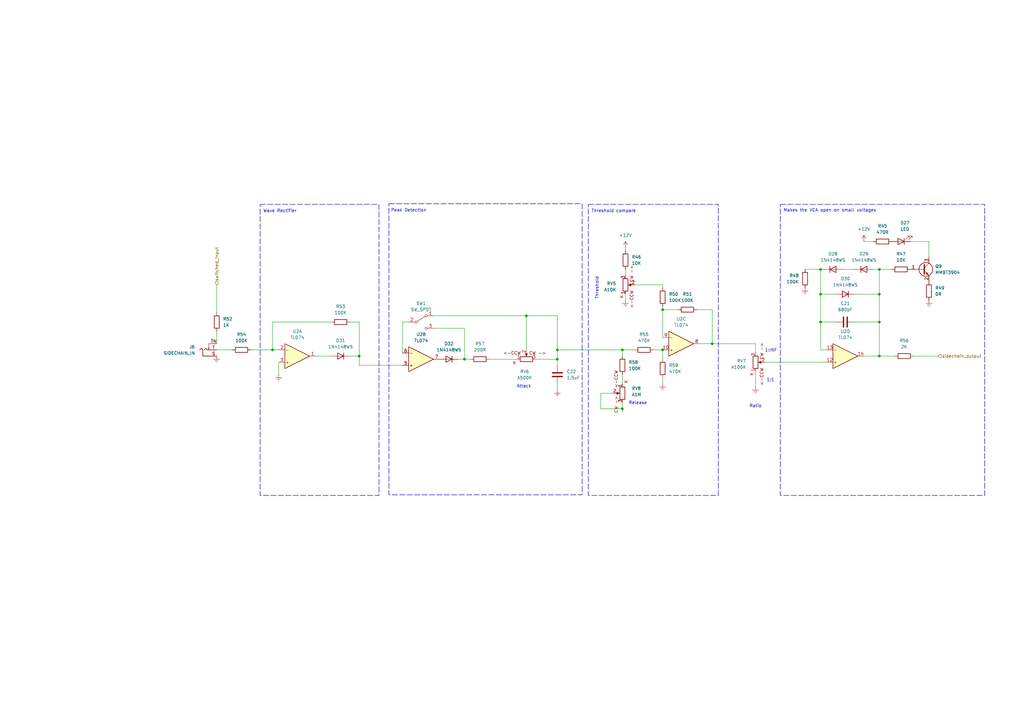
<source format=kicad_sch>
(kicad_sch (version 20250114) (generator "eeschema") (generator_version "9.0")
  (paper "A3")
  (lib_symbols
    (symbol "Amplifier_Operational:TL074" (pin_names (offset 0.127))
      (property "Reference" "U" (at 0 5.08 0))
      (property "Value" "TL074" (at 0 -5.08 0))
      (symbol "TL074_1_1"
        (polyline (pts (xy -5.08 5.08) (xy 5.08 0) (xy -5.08 -5.08) (xy -5.08 5.08)) (stroke (width 0.254)) (fill (type background)))
        (pin input line (at -7.62 2.54 0) (length 2.54) (name "+") (number "3"))
        (pin input line (at -7.62 -2.54 0) (length 2.54) (name "-") (number "2"))
        (pin output line (at 7.62 0 180) (length 2.54) (name "~") (number "1"))
      )
      (symbol "TL074_2_1"
        (polyline (pts (xy -5.08 5.08) (xy 5.08 0) (xy -5.08 -5.08) (xy -5.08 5.08)) (stroke (width 0.254)) (fill (type background)))
        (pin input line (at -7.62 2.54 0) (length 2.54) (name "+") (number "5"))
        (pin input line (at -7.62 -2.54 0) (length 2.54) (name "-") (number "6"))
        (pin output line (at 7.62 0 180) (length 2.54) (name "~") (number "7"))
      )
      (symbol "TL074_3_1"
        (polyline (pts (xy -5.08 5.08) (xy 5.08 0) (xy -5.08 -5.08) (xy -5.08 5.08)) (stroke (width 0.254)) (fill (type background)))
        (pin input line (at -7.62 2.54 0) (length 2.54) (name "+") (number "10"))
        (pin input line (at -7.62 -2.54 0) (length 2.54) (name "-") (number "9"))
        (pin output line (at 7.62 0 180) (length 2.54) (name "~") (number "8"))
      )
      (symbol "TL074_4_1"
        (polyline (pts (xy -5.08 5.08) (xy 5.08 0) (xy -5.08 -5.08) (xy -5.08 5.08)) (stroke (width 0.254)) (fill (type background)))
        (pin input line (at -7.62 2.54 0) (length 2.54) (name "+") (number "12"))
        (pin input line (at -7.62 -2.54 0) (length 2.54) (name "-") (number "13"))
        (pin output line (at 7.62 0 180) (length 2.54) (name "~") (number "14"))
      )
      (symbol "TL074_5_1"
        (pin power_in line (at -2.54 7.62 270) (length 3.81) (name "V+") (number "4"))
        (pin power_in line (at -2.54 -7.62 90) (length 3.81) (name "V-") (number "11"))
      )
    )
    (symbol "Device:C" (pin_numbers (hide yes)) (pin_names (offset 0.254))
      (property "Reference" "C" (at 0.635 2.54 0))
      (property "Value" "C" (at 0.635 -2.54 0))
      (symbol "C_0_1"
        (polyline (pts (xy -2.032 0.762) (xy 2.032 0.762)) (stroke (width 0.508)))
        (polyline (pts (xy -2.032 -0.762) (xy 2.032 -0.762)) (stroke (width 0.508)))
      )
      (symbol "C_1_1"
        (pin passive line (at 0 3.81 270) (length 2.794) (name "~") (number "1"))
        (pin passive line (at 0 -3.81 90) (length 2.794) (name "~") (number "2"))
      )
    )
    (symbol "Diode:1N4148WS" (pin_numbers (hide yes)) (pin_names (hide yes))
      (property "Reference" "D" (at 0 2.54 0))
      (property "Value" "1N4148WS" (at 0 -2.54 0))
      (symbol "1N4148WS_0_1"
        (polyline (pts (xy -1.27 1.27) (xy -1.27 -1.27)) (stroke (width 0.254)))
        (polyline (pts (xy 1.27 1.27) (xy 1.27 -1.27) (xy -1.27 0) (xy 1.27 1.27)) (stroke (width 0.254)))
        (polyline (pts (xy 1.27 0) (xy -1.27 0)))
      )
      (symbol "1N4148WS_1_1"
        (pin passive line (at -3.81 0 0) (length 2.54) (name "K") (number "1"))
        (pin passive line (at 3.81 0 180) (length 2.54) (name "A") (number "2"))
      )
    )
    (symbol "Transistor_BJT:MMBT3904" (pin_names (offset 0) (hide yes))
      (property "Reference" "Q" (at 5.08 1.905 0))
      (property "Value" "MMBT3904" (at 5.08 0 0))
      (symbol "MMBT3904_0_1"
        (polyline (pts (xy -2.54 0) (xy 0.635 0)))
        (polyline (pts (xy 0.635 1.905) (xy 0.635 -1.905)) (stroke (width 0.508)))
        (circle (center 1.27 0) (radius 2.8194) (stroke (width 0.254)))
      )
      (symbol "MMBT3904_1_1"
        (polyline (pts (xy 0.635 0.635) (xy 2.54 2.54)))
        (polyline (pts (xy 0.635 -0.635) (xy 2.54 -2.54)))
        (polyline (pts (xy 1.27 -1.778) (xy 1.778 -1.27) (xy 2.286 -2.286) (xy 1.27 -1.778)) (fill (type outline)))
        (pin input line (at -5.08 0 0) (length 2.54) (name "B") (number "1"))
        (pin passive line (at 2.54 5.08 270) (length 2.54) (name "C") (number "3"))
        (pin passive line (at 2.54 -5.08 90) (length 2.54) (name "E") (number "2"))
      )
    )
    (symbol "power:+12V" (power) (pin_numbers (hide yes)) (pin_names (offset 0) (hide yes))
      (property "Value" "+12V" (at 0 3.556 0))
      (symbol "+12V_0_1"
        (polyline (pts (xy -0.762 1.27) (xy 0 2.54)))
        (polyline (pts (xy 0 2.54) (xy 0.762 1.27)))
        (polyline (pts (xy 0 0) (xy 0 2.54)))
      )
      (symbol "+12V_1_1"
        (pin power_in line (at 0 0 90) (length 0) (name "~") (number "1"))
      )
    )
    (symbol "power:GNDREF" (power) (pin_numbers (hide yes)) (pin_names (offset 0) (hide yes))
      (property "Value" "GNDREF" (at 0 -3.81 0))
      (symbol "GNDREF_0_1"
        (polyline (pts (xy -0.635 -1.905) (xy 0.635 -1.905)))
        (polyline (pts (xy -0.127 -2.54) (xy 0.127 -2.54)))
        (polyline (pts (xy 0 -1.27) (xy 0 0)))
        (polyline (pts (xy 1.27 -1.27) (xy -1.27 -1.27)))
      )
      (symbol "GNDREF_1_1"
        (pin power_in line (at 0 0 270) (length 0) (name "~") (number "1"))
      )
    )
    (symbol "synth:AudioJack_Mono_3.5mm"
      (property "Reference" "J" (at 0 8.89 0))
      (property "Value" "AudioJack_Mono_3.5mm" (at 0 6.35 0))
      (symbol "AudioJack_Mono_3.5mm_0_1"
        (polyline (pts (xy 0 0) (xy 0.635 -0.635) (xy 1.27 0) (xy 2.54 0)) (stroke (width 0.254)))
        (polyline (pts (xy 1.778 -0.254) (xy 2.032 -0.762)))
        (polyline (pts (xy 2.54 2.54) (xy -0.635 2.54) (xy -0.635 0) (xy -1.27 -0.635) (xy -1.905 0)) (stroke (width 0.254)))
        (polyline (pts (xy 2.54 -2.54) (xy 1.778 -2.54) (xy 1.778 -0.254) (xy 1.524 -0.762)))
      )
      (symbol "AudioJack_Mono_3.5mm_1_1"
        (pin passive line (at 5.08 2.54 180) (length 2.54) (name "~") (number "S"))
        (pin passive line (at 5.08 0 180) (length 2.54) (name "~") (number "T"))
        (pin passive line (at 5.08 -2.54 180) (length 2.54) (name "~") (number "TN"))
      )
    )
    (symbol "synth:LED (3mm)" (pin_numbers (hide yes)) (pin_names (offset 1.016) (hide yes))
      (property "Reference" "D" (at 0 2.54 0))
      (property "Value" "LED" (at 0 -2.54 0))
      (symbol "LED (3mm)_0_1"
        (polyline (pts (xy -3.048 -0.762) (xy -4.572 -2.286) (xy -3.81 -2.286) (xy -4.572 -2.286) (xy -4.572 -1.524)))
        (polyline (pts (xy -1.778 -0.762) (xy -3.302 -2.286) (xy -2.54 -2.286) (xy -3.302 -2.286) (xy -3.302 -1.524)))
        (polyline (pts (xy -1.27 0) (xy 1.27 0)))
        (polyline (pts (xy -1.27 -1.27) (xy -1.27 1.27)) (stroke (width 0.254)))
        (polyline (pts (xy 1.27 -1.27) (xy 1.27 1.27) (xy -1.27 0) (xy 1.27 -1.27)) (stroke (width 0.254)))
      )
      (symbol "LED (3mm)_1_1"
        (pin passive line (at -3.81 0 0) (length 2.54) (name "K") (number "1"))
        (pin passive line (at 3.81 0 180) (length 2.54) (name "A") (number "2"))
      )
    )
    (symbol "synth:R_Default" (pin_numbers (hide yes)) (pin_names (offset 0))
      (property "Reference" "R" (at -2.032 0 90))
      (property "Value" "R1" (at 2.032 0 90))
      (symbol "R_Default_0_1"
        (rectangle (start 1.016 -2.54) (end -1.016 2.54) (stroke (width 0.254)))
      )
      (symbol "R_Default_1_1"
        (pin passive line (at 0 3.81 270) (length 1.27) (name "~") (number "2"))
        (pin passive line (at 0 -3.81 90) (length 1.27) (name "~") (number "1"))
      )
    )
    (symbol "synth:R_Potentiometer (P0915N)" (pin_names (offset 1.016) (hide yes))
      (property "Reference" "RV" (at 0 6.604 0))
      (property "Value" "R_Potentiometer" (at 0 4.318 0))
      (symbol "R_Potentiometer (P0915N)_0_1"
        (polyline (pts (xy 0 -1.143) (xy 0.508 -2.286) (xy -0.508 -2.286) (xy 0 -1.143)) (fill (type outline)))
        (polyline (pts (xy 0 -2.54) (xy 0 -1.524)))
        (rectangle (start 2.54 1.016) (end -2.54 -1.016) (stroke (width 0.254)))
      )
      (symbol "R_Potentiometer (P0915N)_1_1"
        (text "<-CCW" (at -5.842 -2.54 0) (effects (font (size 1.27 1.27))))
        (text "K" (at -4.826 1.524 0) (effects (font (size 1.27 1.27))))
        (text "CW ->" (at 4.572 -2.54 0) (effects (font (size 1.27 1.27))))
        (pin passive line (at -3.81 0 0) (length 1.27) (name "1") (number "1"))
        (pin passive line (at 0 -3.81 90) (length 1.27) (name "2") (number "2"))
        (pin passive line (at 3.81 0 180) (length 1.27) (name "3") (number "3"))
      )
    )
    (symbol "synth:SW_SPDT" (pin_names (offset 0) (hide yes))
      (property "Reference" "SW" (at 0 5.08 0))
      (property "Value" "SW_SPDT" (at 0 -5.08 0))
      (symbol "SW_SPDT_0_1"
        (circle (center -2.032 0) (radius 0.4572))
        (polyline (pts (xy -1.651 0.254) (xy 1.651 2.286)))
        (circle (center 2.032 2.54) (radius 0.4572))
        (circle (center 2.032 -2.54) (radius 0.4572))
      )
      (symbol "SW_SPDT_1_1"
        (pin passive line (at -5.08 0 0) (length 2.54) (name "B") (number "2"))
        (pin passive line (at 5.08 2.54 180) (length 2.54) (name "A") (number "1"))
        (pin passive line (at 5.08 -2.54 180) (length 2.54) (name "C") (number "3"))
      )
    )
  )
  (rectangle (start 159.512 83.566) (end 238.76 202.946) (stroke (width 0.2032) (type dash)))
  (rectangle (start 320.04 83.82) (end 403.86 203.2) (stroke (width 0.2032) (type dash)))
  (rectangle (start 241.3 83.82) (end 294.64 203.2) (stroke (width 0.2032) (type dash)))
  (rectangle (start 106.68 83.82) (end 155.448 203.2) (stroke (width 0.2032) (type dash)))
  (text "Peak Detection" (at 167.64 86.36 0) (effects (font (size 1.27 1.27))))
  (text "Threshold compare" (at 251.714 86.614 0) (effects (font (size 1.27 1.27))))
  (text "Ratio" (at 309.88 166.624 0) (effects (font (size 1.27 1.27))))
  (text "Attack" (at 214.884 158.496 0) (effects (font (size 1.27 1.27))))
  (text "1:INF" (at 316.23 143.764 0) (effects (font (size 1.27 1.27))))
  (text "Makes the VCA open on small voltages" (at 340.36 86.36 0) (effects (font (size 1.27 1.27))))
  (text "Release" (at 261.62 165.354 0) (effects (font (size 1.27 1.27))))
  (text "1:1" (at 315.976 155.956 0) (effects (font (size 1.27 1.27))))
  (text "Threshold" (at 244.856 118.11 90) (effects (font (size 1.27 1.27))))
  (text "Wave Rectifier" (at 114.808 86.614 0) (effects (font (size 1.27 1.27))))
  (junction (at 228.6 147.32))
  (junction (at 147.32 146.05))
  (junction (at 360.68 110.49))
  (junction (at 292.1 140.97))
  (junction (at 255.27 143.51))
  (junction (at 360.68 120.65))
  (junction (at 228.6 143.51))
  (junction (at 190.5 147.32))
  (junction (at 336.55 110.49))
  (junction (at 215.9 129.54))
  (junction (at 255.27 167.64))
  (junction (at 111.76 143.51))
  (junction (at 336.55 132.08))
  (junction (at 360.68 146.05))
  (junction (at 271.78 127))
  (junction (at 271.78 143.51))
  (junction (at 360.68 132.08))
  (junction (at 336.55 120.65))
  (wire (pts (xy 177.8 134.62) (xy 190.5 134.62)))
  (wire (pts (xy 246.38 161.29) (xy 246.38 167.64)))
  (wire (pts (xy 167.64 132.08) (xy 165.1 132.08)))
  (wire (pts (xy 271.78 147.32) (xy 271.78 143.51)))
  (wire (pts (xy 350.52 120.65) (xy 360.68 120.65)))
  (wire (pts (xy 350.52 110.49) (xy 345.44 110.49)))
  (wire (pts (xy 354.33 146.05) (xy 360.68 146.05)))
  (wire (pts (xy 111.76 132.08) (xy 111.76 143.51)))
  (wire (pts (xy 165.1 132.08) (xy 165.1 144.78)))
  (wire (pts (xy 147.32 149.86) (xy 147.32 146.05)))
  (wire (pts (xy 271.78 125.73) (xy 271.78 127)))
  (wire (pts (xy 336.55 120.65) (xy 342.9 120.65)))
  (wire (pts (xy 360.68 110.49) (xy 358.14 110.49)))
  (wire (pts (xy 271.78 118.11) (xy 271.78 116.84)))
  (wire (pts (xy 350.52 132.08) (xy 360.68 132.08)))
  (wire (pts (xy 313.69 148.59) (xy 339.09 148.59)))
  (wire (pts (xy 190.5 147.32) (xy 193.04 147.32)))
  (wire (pts (xy 360.68 146.05) (xy 360.68 132.08)))
  (wire (pts (xy 267.97 143.51) (xy 271.78 143.51)))
  (wire (pts (xy 255.27 167.64) (xy 255.27 168.91)))
  (wire (pts (xy 228.6 129.54) (xy 228.6 143.51)))
  (wire (pts (xy 143.51 132.08) (xy 147.32 132.08)))
  (wire (pts (xy 360.68 110.49) (xy 365.76 110.49)))
  (wire (pts (xy 228.6 143.51) (xy 228.6 147.32)))
  (wire (pts (xy 165.1 149.86) (xy 147.32 149.86)))
  (wire (pts (xy 215.9 143.51) (xy 215.9 129.54)))
  (wire (pts (xy 255.27 143.51) (xy 260.35 143.51)))
  (wire (pts (xy 147.32 146.05) (xy 143.51 146.05)))
  (wire (pts (xy 271.78 127) (xy 271.78 138.43)))
  (wire (pts (xy 246.38 167.64) (xy 255.27 167.64)))
  (wire (pts (xy 339.09 143.51) (xy 336.55 143.51)))
  (wire (pts (xy 373.38 99.06) (xy 381 99.06)))
  (wire (pts (xy 135.89 146.05) (xy 129.54 146.05)))
  (wire (pts (xy 215.9 129.54) (xy 228.6 129.54)))
  (wire (pts (xy 271.78 127) (xy 278.13 127)))
  (wire (pts (xy 271.78 116.84) (xy 260.35 116.84)))
  (wire (pts (xy 330.2 110.49) (xy 336.55 110.49)))
  (wire (pts (xy 255.27 165.1) (xy 255.27 167.64)))
  (wire (pts (xy 228.6 147.32) (xy 219.71 147.32)))
  (wire (pts (xy 215.9 129.54) (xy 177.8 129.54)))
  (wire (pts (xy 292.1 127) (xy 292.1 140.97)))
  (wire (pts (xy 309.88 144.78) (xy 309.88 140.97)))
  (wire (pts (xy 190.5 134.62) (xy 190.5 147.32)))
  (wire (pts (xy 255.27 153.67) (xy 255.27 157.48)))
  (wire (pts (xy 336.55 143.51) (xy 336.55 132.08)))
  (wire (pts (xy 88.9 135.89) (xy 88.9 140.97)))
  (wire (pts (xy 111.76 143.51) (xy 114.3 143.51)))
  (wire (pts (xy 367.03 146.05) (xy 360.68 146.05)))
  (wire (pts (xy 336.55 120.65) (xy 336.55 110.49)))
  (wire (pts (xy 271.78 157.48) (xy 271.78 154.94)))
  (wire (pts (xy 360.68 120.65) (xy 360.68 110.49)))
  (wire (pts (xy 255.27 146.05) (xy 255.27 143.51)))
  (wire (pts (xy 228.6 160.02) (xy 228.6 157.48)))
  (wire (pts (xy 381 99.06) (xy 381 105.41)))
  (wire (pts (xy 256.54 101.6) (xy 256.54 102.87)))
  (wire (pts (xy 354.33 99.06) (xy 358.14 99.06)))
  (wire (pts (xy 336.55 110.49) (xy 337.82 110.49)))
  (wire (pts (xy 88.9 116.84) (xy 88.9 128.27)))
  (wire (pts (xy 212.09 147.32) (xy 200.66 147.32)))
  (wire (pts (xy 309.88 152.4) (xy 309.88 158.75)))
  (wire (pts (xy 285.75 127) (xy 292.1 127)))
  (wire (pts (xy 190.5 147.32) (xy 187.96 147.32)))
  (wire (pts (xy 256.54 123.19) (xy 256.54 120.65)))
  (wire (pts (xy 102.87 143.51) (xy 111.76 143.51)))
  (wire (pts (xy 256.54 110.49) (xy 256.54 113.03)))
  (wire (pts (xy 228.6 143.51) (xy 255.27 143.51)))
  (wire (pts (xy 251.46 161.29) (xy 246.38 161.29)))
  (wire (pts (xy 336.55 132.08) (xy 336.55 120.65)))
  (wire (pts (xy 292.1 140.97) (xy 309.88 140.97)))
  (wire (pts (xy 292.1 140.97) (xy 287.02 140.97)))
  (wire (pts (xy 360.68 132.08) (xy 360.68 120.65)))
  (wire (pts (xy 336.55 132.08) (xy 342.9 132.08)))
  (wire (pts (xy 95.25 143.51) (xy 88.9 143.51)))
  (wire (pts (xy 135.89 132.08) (xy 111.76 132.08)))
  (wire (pts (xy 384.81 146.05) (xy 374.65 146.05)))
  (wire (pts (xy 114.3 153.67) (xy 114.3 148.59)))
  (wire (pts (xy 228.6 149.86) (xy 228.6 147.32)))
  (wire (pts (xy 147.32 132.08) (xy 147.32 146.05)))
  (hierarchical_label "switched_input" (shape input) (at 88.9 116.84 90))
  (hierarchical_label "sidechain_output" (shape input) (at 384.81 146.05 0))
  (symbol (lib_id "Amplifier_Operational:TL074") (at 279.4 140.97 0) (mirror x) (unit 3)
    (property "Reference" "U2" (at 279.4 130.81 0))
    (property "Value" "TL074" (at 279.4 133.35 0))
    (property "Footprint" "Synth:SOIC-14" (effects (hide yes)))
    (property "Datasheet" "http://www.ti.com/lit/ds/symlink/tl071.pdf" (effects (hide yes)))
    (property "Description" "Quad Low-Noise JFET-Input Operational Amplifiers, DIP-14/SOIC-14" (effects (hide yes)))
    (instances (project "compressor" (path "" (reference "U2") (unit 3)) (path "" (reference "U3") (unit 3))))
  )
  (symbol (lib_id "synth:R_Default") (at 361.95 99.06 270) (unit 1)
    (property "Reference" "R45" (at 361.95 92.71 90))
    (property "Value" "470R" (at 361.95 95.25 90))
    (property "Footprint" "Resistor_SMD:R_0805_2012Metric_Pad1.20x1.40mm_HandSolder" (effects (hide yes)))
    (property "Description" "Resistor" (effects (hide yes)))
    (instances (project "compressor" (path "" (reference "R45") (unit 1)) (path "" (reference "R60") (unit 1))))
  )
  (symbol (lib_id "synth:R_Potentiometer (P0915N)") (at 255.27 161.29 270) (unit 1)
    (property "Reference" "RV8" (at 259.08 159.3093 90) (effects (justify left)))
    (property "Value" "A1M" (at 259.08 161.8493 90) (effects (justify left)))
    (property "Footprint" "Synth:Potentiometer_TT_P0915N" (effects (hide yes)))
    (property "Description" "Potentiometer" (effects (hide yes)))
    (instances (project "compressor" (path "" (reference "RV8") (unit 1)) (path "" (reference "RV12") (unit 1))))
  )
  (symbol (lib_id "power:GNDREF") (at 256.54 123.19 0) (unit 1)
    (property "Reference" "#PWR072" (effects (hide yes)))
    (property "Value" "GNDREF" (effects (hide yes)))
    (property "Description" "Power symbol creates a global label with name \"GNDREF\" , reference supply ground" (effects (hide yes)))
    (instances (project "compressor" (path "" (reference "#PWR072") (unit 1)) (path "" (reference "#PWR082") (unit 1))))
  )
  (symbol (lib_id "synth:R_Default") (at 264.16 143.51 270) (unit 1)
    (property "Reference" "R55" (at 264.16 137.16 90))
    (property "Value" "470K" (at 264.16 139.7 90))
    (property "Footprint" "Resistor_SMD:R_0805_2012Metric_Pad1.20x1.40mm_HandSolder" (effects (hide yes)))
    (property "Description" "Resistor" (effects (hide yes)))
    (instances (project "compressor" (path "" (reference "R55") (unit 1)) (path "" (reference "R70") (unit 1))))
  )
  (symbol (lib_id "synth:R_Default") (at 369.57 110.49 90) (unit 1)
    (property "Reference" "R47" (at 369.57 104.14 90))
    (property "Value" "10K" (at 369.57 106.68 90))
    (property "Footprint" "Resistor_SMD:R_0805_2012Metric_Pad1.20x1.40mm_HandSolder" (effects (hide yes)))
    (property "Description" "Resistor" (effects (hide yes)))
    (instances (project "compressor" (path "" (reference "R47") (unit 1)) (path "" (reference "R62") (unit 1))))
  )
  (symbol (lib_id "Diode:1N4148WS") (at 139.7 146.05 180) (unit 1)
    (property "Reference" "D31" (at 139.7 139.7 0))
    (property "Value" "1N4148WS" (at 139.7 142.24 0))
    (property "Footprint" "Diode_SMD:D_SOD-323_HandSoldering" (effects (hide yes)))
    (property "Datasheet" "https://www.vishay.com/docs/85751/1n4148ws.pdf" (effects (hide yes)))
    (property "Description" "75V 0.15A Fast switching Diode, SOD-323" (effects (hide yes)))
    (property "Sim.Device" "D" (effects (hide yes)))
    (property "Sim.Pins" "1=K 2=A" (effects (hide yes)))
    (instances (project "compressor" (path "" (reference "D31") (unit 1)) (path "" (reference "D37") (unit 1))))
  )
  (symbol (lib_id "power:+12V") (at 256.54 101.6 0) (unit 1)
    (property "Reference" "#PWR070" (effects (hide yes)))
    (property "Value" "+12V" (at 256.54 96.52 0))
    (property "Description" "Power symbol creates a global label with name \"+12V\"" (effects (hide yes)))
    (instances (project "compressor" (path "" (reference "#PWR070") (unit 1)) (path "" (reference "#PWR080") (unit 1))))
  )
  (symbol (lib_id "synth:R_Default") (at 370.84 146.05 90) (unit 1)
    (property "Reference" "R56" (at 370.84 139.7 90))
    (property "Value" "2K" (at 370.84 142.24 90))
    (property "Footprint" "Resistor_SMD:R_0805_2012Metric_Pad1.20x1.40mm_HandSolder" (effects (hide yes)))
    (property "Description" "Resistor" (effects (hide yes)))
    (instances (project "compressor" (path "" (reference "R56") (unit 1)) (path "" (reference "R71") (unit 1))))
  )
  (symbol (lib_id "power:GNDREF") (at 228.6 160.02 0) (unit 1)
    (property "Reference" "#PWR078" (effects (hide yes)))
    (property "Value" "GNDREF" (effects (hide yes)))
    (property "Description" "Power symbol creates a global label with name \"GNDREF\" , reference supply ground" (effects (hide yes)))
    (instances (project "compressor" (path "" (reference "#PWR078") (unit 1)) (path "" (reference "#PWR088") (unit 1))))
  )
  (symbol (lib_id "synth:R_Potentiometer (P0915N)") (at 256.54 116.84 90) (unit 1)
    (property "Reference" "RV5" (at 252.73 116.2805 90) (effects (justify left)))
    (property "Value" "A10K" (at 252.73 118.8205 90) (effects (justify left)))
    (property "Footprint" "Synth:Potentiometer_TT_P0915N" (effects (hide yes)))
    (property "Description" "Potentiometer" (effects (hide yes)))
    (instances (project "compressor" (path "" (reference "RV5") (unit 1)) (path "" (reference "RV9") (unit 1))))
  )
  (symbol (lib_id "synth:R_Default") (at 99.06 143.51 90) (unit 1)
    (property "Reference" "R54" (at 99.06 137.16 90))
    (property "Value" "100K" (at 99.06 139.7 90))
    (property "Footprint" "Resistor_SMD:R_0805_2012Metric_Pad1.20x1.40mm_HandSolder" (effects (hide yes)))
    (property "Description" "Resistor" (effects (hide yes)))
    (instances (project "compressor" (path "" (reference "R54") (unit 1)) (path "" (reference "R69") (unit 1))))
  )
  (symbol (lib_id "synth:R_Default") (at 271.78 151.13 0) (unit 1)
    (property "Reference" "R59" (at 274.32 149.8599 0) (effects (justify left)))
    (property "Value" "470K" (at 274.32 152.3999 0) (effects (justify left)))
    (property "Footprint" "Resistor_SMD:R_0805_2012Metric_Pad1.20x1.40mm_HandSolder" (effects (hide yes)))
    (property "Description" "Resistor" (effects (hide yes)))
    (instances (project "compressor" (path "" (reference "R59") (unit 1)) (path "" (reference "R74") (unit 1))))
  )
  (symbol (lib_id "Transistor_BJT:MMBT3904") (at 378.46 110.49 0) (unit 1)
    (property "Reference" "Q9" (at 383.54 109.2199 0) (effects (justify left)))
    (property "Value" "MMBT3904" (at 383.54 111.7599 0) (effects (justify left)))
    (property "Footprint" "Package_TO_SOT_SMD:SOT-23_Handsoldering" (effects (hide yes)))
    (property "Datasheet" "https://www.onsemi.com/pdf/datasheet/pzt3904-d.pdf" (effects (hide yes)))
    (property "Description" "0.2A Ic, 40V Vce, Small Signal NPN Transistor, SOT-23" (effects (hide yes)))
    (instances (project "compressor" (path "" (reference "Q9") (unit 1)) (path "" (reference "Q10") (unit 1))))
  )
  (symbol (lib_id "synth:R_Default") (at 139.7 132.08 90) (unit 1)
    (property "Reference" "R53" (at 139.7 125.73 90))
    (property "Value" "100K" (at 139.7 128.27 90))
    (property "Footprint" "Resistor_SMD:R_0805_2012Metric_Pad1.20x1.40mm_HandSolder" (effects (hide yes)))
    (property "Description" "Resistor" (effects (hide yes)))
    (instances (project "compressor" (path "" (reference "R53") (unit 1)) (path "" (reference "R68") (unit 1))))
  )
  (symbol (lib_id "Amplifier_Operational:TL074") (at 346.71 146.05 0) (mirror x) (unit 4)
    (property "Reference" "U2" (at 346.71 135.89 0))
    (property "Value" "TL074" (at 346.71 138.43 0))
    (property "Footprint" "Synth:SOIC-14" (effects (hide yes)))
    (property "Datasheet" "http://www.ti.com/lit/ds/symlink/tl071.pdf" (effects (hide yes)))
    (property "Description" "Quad Low-Noise JFET-Input Operational Amplifiers, DIP-14/SOIC-14" (effects (hide yes)))
    (instances (project "compressor" (path "" (reference "U2") (unit 4)) (path "" (reference "U3") (unit 4))))
  )
  (symbol (lib_id "Device:C") (at 228.6 153.67 180) (unit 1)
    (property "Reference" "C22" (at 232.41 152.3999 0) (effects (justify right)))
    (property "Value" "1.5uF" (at 232.41 154.9399 0) (effects (justify right)))
    (property "Footprint" "Capacitor_SMD:C_0805_2012Metric_Pad1.18x1.45mm_HandSolder" (effects (hide yes)))
    (property "Description" "Unpolarized capacitor" (effects (hide yes)))
    (instances (project "compressor" (path "" (reference "C22") (unit 1)) (path "" (reference "C24") (unit 1))))
  )
  (symbol (lib_id "synth:R_Potentiometer (P0915N)") (at 215.9 147.32 0) (mirror x) (unit 1)
    (property "Reference" "RV6" (at 215.1894 152.4 0))
    (property "Value" "A500K" (at 215.1894 154.94 0))
    (property "Footprint" "Synth:Potentiometer_TT_P0915N" (effects (hide yes)))
    (property "Description" "Potentiometer" (effects (hide yes)))
    (instances (project "compressor" (path "" (reference "RV6") (unit 1)) (path "" (reference "RV10") (unit 1))))
  )
  (symbol (lib_id "synth:R_Default") (at 281.94 127 270) (unit 1)
    (property "Reference" "R51" (at 281.94 120.65 90))
    (property "Value" "100K" (at 281.94 123.19 90))
    (property "Footprint" "Resistor_SMD:R_0805_2012Metric_Pad1.20x1.40mm_HandSolder" (effects (hide yes)))
    (property "Description" "Resistor" (effects (hide yes)))
    (instances (project "compressor" (path "" (reference "R51") (unit 1)) (path "" (reference "R66") (unit 1))))
  )
  (symbol (lib_id "synth:AudioJack_Mono_3.5mm") (at 83.82 143.51 0) (mirror x) (unit 1)
    (property "Reference" "J6" (at 80.01 142.3034 0) (effects (justify right)))
    (property "Value" "SIDECHAIN_IN" (at 80.01 144.8434 0) (effects (justify right)))
    (property "Footprint" "Synth:Jack_3.5mm_QingPu_WQP-PJ398SM_Vertical_CircularHoles" (effects (hide yes)))
    (property "Description" "Audio Jack, 2 Poles (Mono / TS), Switched T Pole (Normalling)" (effects (hide yes)))
    (instances (project "compressor" (path "" (reference "J6") (unit 1)) (path "" (reference "J7") (unit 1))))
  )
  (symbol (lib_id "synth:R_Default") (at 271.78 121.92 0) (unit 1)
    (property "Reference" "R50" (at 274.32 120.6499 0) (effects (justify left)))
    (property "Value" "100K" (at 274.32 123.1899 0) (effects (justify left)))
    (property "Footprint" "Resistor_SMD:R_0805_2012Metric_Pad1.20x1.40mm_HandSolder" (effects (hide yes)))
    (property "Description" "Resistor" (effects (hide yes)))
    (instances (project "compressor" (path "" (reference "R50") (unit 1)) (path "" (reference "R65") (unit 1))))
  )
  (symbol (lib_id "Diode:1N4148WS") (at 354.33 110.49 0) (unit 1)
    (property "Reference" "D29" (at 354.33 104.14 0))
    (property "Value" "1N4148WS" (at 354.33 106.68 0))
    (property "Footprint" "Diode_SMD:D_SOD-323_HandSoldering" (effects (hide yes)))
    (property "Datasheet" "https://www.vishay.com/docs/85751/1n4148ws.pdf" (effects (hide yes)))
    (property "Description" "75V 0.15A Fast switching Diode, SOD-323" (effects (hide yes)))
    (property "Sim.Device" "D" (effects (hide yes)))
    (property "Sim.Pins" "1=K 2=A" (effects (hide yes)))
    (instances (project "compressor" (path "" (reference "D29") (unit 1)) (path "" (reference "D35") (unit 1))))
  )
  (symbol (lib_id "power:GNDREF") (at 271.78 157.48 0) (unit 1)
    (property "Reference" "#PWR076" (effects (hide yes)))
    (property "Value" "GNDREF" (effects (hide yes)))
    (property "Description" "Power symbol creates a global label with name \"GNDREF\" , reference supply ground" (effects (hide yes)))
    (instances (project "compressor" (path "" (reference "#PWR076") (unit 1)) (path "" (reference "#PWR086") (unit 1))))
  )
  (symbol (lib_id "power:GNDREF") (at 309.88 158.75 0) (unit 1)
    (property "Reference" "#PWR077" (effects (hide yes)))
    (property "Value" "GNDREF" (effects (hide yes)))
    (property "Description" "Power symbol creates a global label with name \"GNDREF\" , reference supply ground" (effects (hide yes)))
    (instances (project "compressor" (path "" (reference "#PWR077") (unit 1)) (path "" (reference "#PWR087") (unit 1))))
  )
  (symbol (lib_id "synth:R_Default") (at 255.27 149.86 180) (unit 1)
    (property "Reference" "R58" (at 257.81 148.5899 0) (effects (justify right)))
    (property "Value" "100K" (at 257.81 151.1299 0) (effects (justify right)))
    (property "Footprint" "Resistor_SMD:R_0805_2012Metric_Pad1.20x1.40mm_HandSolder" (effects (hide yes)))
    (property "Description" "Resistor" (effects (hide yes)))
    (instances (project "compressor" (path "" (reference "R58") (unit 1)) (path "" (reference "R73") (unit 1))))
  )
  (symbol (lib_id "synth:LED (3mm)") (at 369.57 99.06 180) (unit 1)
    (property "Reference" "D27" (at 371.1575 91.44 0))
    (property "Value" "LED" (at 371.1575 93.98 0))
    (property "Footprint" "Synth:LED_D3.0mm" (effects (hide yes)))
    (property "Description" "Light emitting diode" (effects (hide yes)))
    (instances (project "compressor" (path "" (reference "D27") (unit 1)) (path "" (reference "D33") (unit 1))))
  )
  (symbol (lib_id "power:GNDREF") (at 114.3 153.67 0) (unit 1)
    (property "Reference" "#PWR075" (effects (hide yes)))
    (property "Value" "GNDREF" (effects (hide yes)))
    (property "Description" "Power symbol creates a global label with name \"GNDREF\" , reference supply ground" (effects (hide yes)))
    (instances (project "compressor" (path "" (reference "#PWR075") (unit 1)) (path "" (reference "#PWR085") (unit 1))))
  )
  (symbol (lib_id "synth:R_Default") (at 330.2 114.3 0) (unit 1)
    (property "Reference" "R48" (at 327.66 113.0299 0) (effects (justify right)))
    (property "Value" "100K" (at 327.66 115.5699 0) (effects (justify right)))
    (property "Footprint" "Resistor_SMD:R_0805_2012Metric_Pad1.20x1.40mm_HandSolder" (effects (hide yes)))
    (property "Description" "Resistor" (effects (hide yes)))
    (instances (project "compressor" (path "" (reference "R48") (unit 1)) (path "" (reference "R63") (unit 1))))
  )
  (symbol (lib_id "synth:R_Potentiometer (P0915N)") (at 309.88 148.59 90) (unit 1)
    (property "Reference" "RV7" (at 306.07 148.0305 90) (effects (justify left)))
    (property "Value" "A100K" (at 306.07 150.5705 90) (effects (justify left)))
    (property "Footprint" "Synth:Potentiometer_TT_P0915N" (effects (hide yes)))
    (property "Description" "Potentiometer" (effects (hide yes)))
    (instances (project "compressor" (path "" (reference "RV7") (unit 1)) (path "" (reference "RV11") (unit 1))))
  )
  (symbol (lib_id "power:GNDREF") (at 88.9 146.05 0) (unit 1)
    (property "Reference" "#PWR074" (effects (hide yes)))
    (property "Value" "GNDREF" (effects (hide yes)))
    (property "Description" "Power symbol creates a global label with name \"GNDREF\" , reference supply ground" (effects (hide yes)))
    (instances (project "compressor" (path "" (reference "#PWR074") (unit 1)) (path "" (reference "#PWR084") (unit 1))))
  )
  (symbol (lib_id "Diode:1N4148WS") (at 184.15 147.32 180) (unit 1)
    (property "Reference" "D32" (at 184.15 140.97 0))
    (property "Value" "1N4148WS" (at 184.15 143.51 0))
    (property "Footprint" "Diode_SMD:D_SOD-323_HandSoldering" (effects (hide yes)))
    (property "Datasheet" "https://www.vishay.com/docs/85751/1n4148ws.pdf" (effects (hide yes)))
    (property "Description" "75V 0.15A Fast switching Diode, SOD-323" (effects (hide yes)))
    (property "Sim.Device" "D" (effects (hide yes)))
    (property "Sim.Pins" "1=K 2=A" (effects (hide yes)))
    (instances (project "compressor" (path "" (reference "D32") (unit 1)) (path "" (reference "D38") (unit 1))))
  )
  (symbol (lib_id "synth:R_Default") (at 381 119.38 180) (unit 1)
    (property "Reference" "R49" (at 383.54 118.1099 0) (effects (justify right)))
    (property "Value" "0R" (at 383.54 120.6499 0) (effects (justify right)))
    (property "Footprint" "Resistor_SMD:R_0805_2012Metric_Pad1.20x1.40mm_HandSolder" (effects (hide yes)))
    (property "Description" "Resistor" (effects (hide yes)))
    (instances (project "compressor" (path "" (reference "R49") (unit 1)) (path "" (reference "R64") (unit 1))))
  )
  (symbol (lib_id "power:GNDREF") (at 381 123.19 0) (unit 1)
    (property "Reference" "#PWR073" (effects (hide yes)))
    (property "Value" "GNDREF" (effects (hide yes)))
    (property "Description" "Power symbol creates a global label with name \"GNDREF\" , reference supply ground" (effects (hide yes)))
    (instances (project "compressor" (path "" (reference "#PWR073") (unit 1)) (path "" (reference "#PWR083") (unit 1))))
  )
  (symbol (lib_id "power:GNDREF") (at 330.2 118.11 0) (unit 1)
    (property "Reference" "#PWR071" (effects (hide yes)))
    (property "Value" "GNDREF" (effects (hide yes)))
    (property "Description" "Power symbol creates a global label with name \"GNDREF\" , reference supply ground" (effects (hide yes)))
    (instances (project "compressor" (path "" (reference "#PWR071") (unit 1)) (path "" (reference "#PWR081") (unit 1))))
  )
  (symbol (lib_id "power:+12V") (at 354.33 99.06 0) (unit 1)
    (property "Reference" "#PWR069" (effects (hide yes)))
    (property "Value" "+12V" (at 354.33 93.98 0))
    (property "Description" "Power symbol creates a global label with name \"+12V\"" (effects (hide yes)))
    (instances (project "compressor" (path "" (reference "#PWR069") (unit 1)) (path "" (reference "#PWR079") (unit 1))))
  )
  (symbol (lib_id "Device:C") (at 346.71 132.08 270) (unit 1)
    (property "Reference" "C21" (at 346.71 124.46 90))
    (property "Value" "680pF" (at 346.71 127 90))
    (property "Footprint" "Capacitor_SMD:C_0805_2012Metric_Pad1.18x1.45mm_HandSolder" (effects (hide yes)))
    (property "Description" "Unpolarized capacitor" (effects (hide yes)))
    (instances (project "compressor" (path "" (reference "C21") (unit 1)) (path "" (reference "C23") (unit 1))))
  )
  (symbol (lib_id "synth:SW_SPDT") (at 172.72 132.08 0) (unit 1)
    (property "Reference" "SW1" (at 172.72 124.46 0))
    (property "Value" "SW_SPDT" (at 172.72 127 0))
    (property "Footprint" "Synth:SW_default" (effects (hide yes)))
    (property "Description" "Switch, single pole double throw" (effects (hide yes)))
    (instances (project "compressor" (path "" (reference "SW1") (unit 1)) (path "" (reference "SW2") (unit 1))))
  )
  (symbol (lib_id "synth:R_Default") (at 196.85 147.32 90) (unit 1)
    (property "Reference" "R57" (at 196.85 140.97 90))
    (property "Value" "200R" (at 196.85 143.51 90))
    (property "Footprint" "Resistor_SMD:R_0805_2012Metric_Pad1.20x1.40mm_HandSolder" (effects (hide yes)))
    (property "Description" "Resistor" (effects (hide yes)))
    (instances (project "compressor" (path "" (reference "R57") (unit 1)) (path "" (reference "R72") (unit 1))))
  )
  (symbol (lib_id "Amplifier_Operational:TL074") (at 172.72 147.32 0) (mirror x) (unit 2)
    (property "Reference" "U2" (at 172.72 137.16 0))
    (property "Value" "TL074" (at 172.72 139.7 0))
    (property "Footprint" "Synth:SOIC-14" (effects (hide yes)))
    (property "Datasheet" "http://www.ti.com/lit/ds/symlink/tl071.pdf" (effects (hide yes)))
    (property "Description" "Quad Low-Noise JFET-Input Operational Amplifiers, DIP-14/SOIC-14" (effects (hide yes)))
    (instances (project "compressor" (path "" (reference "U2") (unit 2)) (path "" (reference "U3") (unit 2))))
  )
  (symbol (lib_id "Diode:1N4148WS") (at 346.71 120.65 180) (unit 1)
    (property "Reference" "D30" (at 346.71 114.3 0))
    (property "Value" "1N4148WS" (at 346.71 116.84 0))
    (property "Footprint" "Diode_SMD:D_SOD-323_HandSoldering" (effects (hide yes)))
    (property "Datasheet" "https://www.vishay.com/docs/85751/1n4148ws.pdf" (effects (hide yes)))
    (property "Description" "75V 0.15A Fast switching Diode, SOD-323" (effects (hide yes)))
    (property "Sim.Device" "D" (effects (hide yes)))
    (property "Sim.Pins" "1=K 2=A" (effects (hide yes)))
    (instances (project "compressor" (path "" (reference "D30") (unit 1)) (path "" (reference "D36") (unit 1))))
  )
  (symbol (lib_id "Amplifier_Operational:TL074") (at 121.92 146.05 0) (mirror x) (unit 1)
    (property "Reference" "U2" (at 121.92 135.89 0))
    (property "Value" "TL074" (at 121.92 138.43 0))
    (property "Footprint" "Synth:SOIC-14" (effects (hide yes)))
    (property "Datasheet" "http://www.ti.com/lit/ds/symlink/tl071.pdf" (effects (hide yes)))
    (property "Description" "Quad Low-Noise JFET-Input Operational Amplifiers, DIP-14/SOIC-14" (effects (hide yes)))
    (instances (project "compressor" (path "" (reference "U2") (unit 1)) (path "" (reference "U3") (unit 1))))
  )
  (symbol (lib_id "synth:R_Default") (at 256.54 106.68 0) (unit 1)
    (property "Reference" "R46" (at 259.08 105.4099 0) (effects (justify left)))
    (property "Value" "10K" (at 259.08 107.9499 0) (effects (justify left)))
    (property "Footprint" "Resistor_SMD:R_0805_2012Metric_Pad1.20x1.40mm_HandSolder" (effects (hide yes)))
    (property "Description" "Resistor" (effects (hide yes)))
    (instances (project "compressor" (path "" (reference "R46") (unit 1)) (path "" (reference "R61") (unit 1))))
  )
  (symbol (lib_id "synth:R_Default") (at 88.9 132.08 180) (unit 1)
    (property "Reference" "R52" (at 91.44 130.8099 0) (effects (justify right)))
    (property "Value" "1K" (at 91.44 133.3499 0) (effects (justify right)))
    (property "Footprint" "Resistor_SMD:R_0805_2012Metric_Pad1.20x1.40mm_HandSolder" (effects (hide yes)))
    (property "Description" "Resistor" (effects (hide yes)))
    (instances (project "compressor" (path "" (reference "R52") (unit 1)) (path "" (reference "R67") (unit 1))))
  )
  (symbol (lib_id "Diode:1N4148WS") (at 341.63 110.49 0) (unit 1)
    (property "Reference" "D28" (at 341.63 104.14 0))
    (property "Value" "1N4148WS" (at 341.63 106.68 0))
    (property "Footprint" "Diode_SMD:D_SOD-323_HandSoldering" (effects (hide yes)))
    (property "Datasheet" "https://www.vishay.com/docs/85751/1n4148ws.pdf" (effects (hide yes)))
    (property "Description" "75V 0.15A Fast switching Diode, SOD-323" (effects (hide yes)))
    (property "Sim.Device" "D" (effects (hide yes)))
    (property "Sim.Pins" "1=K 2=A" (effects (hide yes)))
    (instances (project "compressor" (path "" (reference "D28") (unit 1)) (path "" (reference "D34") (unit 1))))
  )
)
</source>
